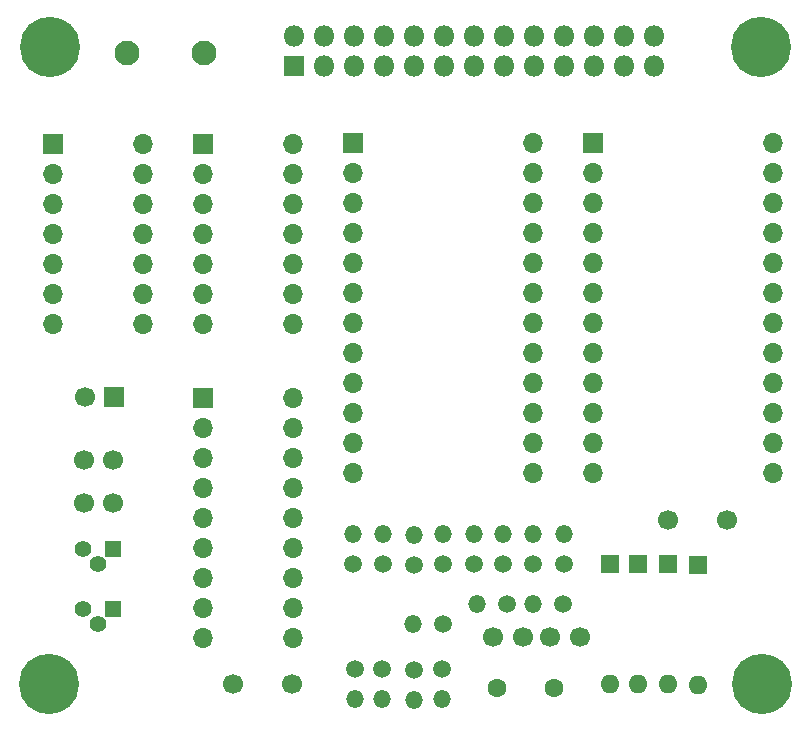
<source format=gbs>
G04 #@! TF.GenerationSoftware,KiCad,Pcbnew,(5.1.6)-1*
G04 #@! TF.CreationDate,2021-02-12T18:31:39+01:00*
G04 #@! TF.ProjectId,keyface,6b657966-6163-4652-9e6b-696361645f70,rev?*
G04 #@! TF.SameCoordinates,Original*
G04 #@! TF.FileFunction,Soldermask,Bot*
G04 #@! TF.FilePolarity,Negative*
%FSLAX46Y46*%
G04 Gerber Fmt 4.6, Leading zero omitted, Abs format (unit mm)*
G04 Created by KiCad (PCBNEW (5.1.6)-1) date 2021-02-12 18:31:39*
%MOMM*%
%LPD*%
G01*
G04 APERTURE LIST*
%ADD10O,1.700000X1.700000*%
%ADD11R,1.700000X1.700000*%
%ADD12C,1.700000*%
%ADD13O,1.600000X1.600000*%
%ADD14R,1.600000X1.600000*%
%ADD15C,1.600000*%
%ADD16O,1.800000X1.800000*%
%ADD17R,1.800000X1.800000*%
%ADD18C,0.900000*%
%ADD19C,5.100000*%
%ADD20C,2.100000*%
%ADD21R,1.400000X1.400000*%
%ADD22C,1.400000*%
%ADD23O,1.500000X1.500000*%
%ADD24C,1.500000*%
G04 APERTURE END LIST*
D10*
X153997660Y-65255140D03*
X138757660Y-93195140D03*
X153997660Y-67795140D03*
X138757660Y-90655140D03*
X153997660Y-70335140D03*
X138757660Y-88115140D03*
X153997660Y-72875140D03*
X138757660Y-85575140D03*
X153997660Y-75415140D03*
X138757660Y-83035140D03*
X153997660Y-77955140D03*
X138757660Y-80495140D03*
X153997660Y-80495140D03*
X138757660Y-77955140D03*
X153997660Y-83035140D03*
X138757660Y-75415140D03*
X153997660Y-85575140D03*
X138757660Y-72875140D03*
X153997660Y-88115140D03*
X138757660Y-70335140D03*
X153997660Y-90655140D03*
X138757660Y-67795140D03*
X153997660Y-93195140D03*
D11*
X138757660Y-65255140D03*
D12*
X132806440Y-107071160D03*
X130306440Y-107071160D03*
X137625460Y-107083860D03*
X135125460Y-107083860D03*
D13*
X140131800Y-111127540D03*
D14*
X140131800Y-100967540D03*
D12*
X95686240Y-86784180D03*
D11*
X98186240Y-86784180D03*
D15*
X135469020Y-111422180D03*
X130589020Y-111422180D03*
D16*
X143888460Y-56263540D03*
X143888460Y-58803540D03*
X141348460Y-56263540D03*
X141348460Y-58803540D03*
X138808460Y-56263540D03*
X138808460Y-58803540D03*
X136268460Y-56263540D03*
X136268460Y-58803540D03*
X133728460Y-56263540D03*
X133728460Y-58803540D03*
X131188460Y-56263540D03*
X131188460Y-58803540D03*
X128648460Y-56263540D03*
X128648460Y-58803540D03*
X126108460Y-56263540D03*
X126108460Y-58803540D03*
X123568460Y-56263540D03*
X123568460Y-58803540D03*
X121028460Y-56263540D03*
X121028460Y-58803540D03*
X118488460Y-56263540D03*
X118488460Y-58803540D03*
X115948460Y-56263540D03*
X115948460Y-58803540D03*
X113408460Y-56263540D03*
D17*
X113408460Y-58803540D03*
D18*
X94035825Y-109799175D03*
X92710000Y-109250000D03*
X91384175Y-109799175D03*
X90835000Y-111125000D03*
X91384175Y-112450825D03*
X92710000Y-113000000D03*
X94035825Y-112450825D03*
X94585000Y-111125000D03*
D19*
X92710000Y-111125000D03*
D18*
X154360825Y-109799175D03*
X153035000Y-109250000D03*
X151709175Y-109799175D03*
X151160000Y-111125000D03*
X151709175Y-112450825D03*
X153035000Y-113000000D03*
X154360825Y-112450825D03*
X154910000Y-111125000D03*
D19*
X153035000Y-111125000D03*
D18*
X154305000Y-55824175D03*
X152979175Y-55275000D03*
X151653350Y-55824175D03*
X151104175Y-57150000D03*
X151653350Y-58475825D03*
X152979175Y-59025000D03*
X154305000Y-58475825D03*
X154854175Y-57150000D03*
D19*
X152979175Y-57150000D03*
D18*
X94065825Y-55824175D03*
X92740000Y-55275000D03*
X91414175Y-55824175D03*
X90865000Y-57150000D03*
X91414175Y-58475825D03*
X92740000Y-59025000D03*
X94065825Y-58475825D03*
X94615000Y-57150000D03*
D19*
X92740000Y-57150000D03*
D20*
X105791000Y-57658000D03*
X99314000Y-57658000D03*
D12*
X145088600Y-97188020D03*
X150088600Y-97188020D03*
X108238280Y-111112300D03*
X113238280Y-111112300D03*
X95604960Y-92118180D03*
X98104960Y-92118180D03*
X95630360Y-95742760D03*
X98130360Y-95742760D03*
D21*
X98127820Y-99626420D03*
D22*
X95587820Y-99626420D03*
X96857820Y-100896420D03*
D21*
X98079560Y-104759760D03*
D22*
X95539560Y-104759760D03*
X96809560Y-106029760D03*
D13*
X145039080Y-111084360D03*
D14*
X145039080Y-100924360D03*
D13*
X142557500Y-111130080D03*
D14*
X142557500Y-100970080D03*
D13*
X147612100Y-111178340D03*
D14*
X147612100Y-101018340D03*
D23*
X125971300Y-112384840D03*
D24*
X125971300Y-109844840D03*
D23*
X123548140Y-112405160D03*
D24*
X123548140Y-109865160D03*
D23*
X120876060Y-112395000D03*
D24*
X120876060Y-109855000D03*
D23*
X118584980Y-112395000D03*
D24*
X118584980Y-109855000D03*
D23*
X133677660Y-104289860D03*
D24*
X136217660Y-104289860D03*
D23*
X128943100Y-104277160D03*
D24*
X131483100Y-104277160D03*
D23*
X123525280Y-106004360D03*
D24*
X126065280Y-106004360D03*
D23*
X136243060Y-98391980D03*
D24*
X136243060Y-100931980D03*
D23*
X133670040Y-98346260D03*
D24*
X133670040Y-100886260D03*
D23*
X131097020Y-98346260D03*
D24*
X131097020Y-100886260D03*
D23*
X128615440Y-98391980D03*
D24*
X128615440Y-100931980D03*
D23*
X126042420Y-98391980D03*
D24*
X126042420Y-100931980D03*
D23*
X123563380Y-98440240D03*
D24*
X123563380Y-100980240D03*
D23*
X120990360Y-98346260D03*
D24*
X120990360Y-100886260D03*
D23*
X118369080Y-98391980D03*
D24*
X118369080Y-100931980D03*
D10*
X113342420Y-86832440D03*
X105722420Y-107152440D03*
X113342420Y-89372440D03*
X105722420Y-104612440D03*
X113342420Y-91912440D03*
X105722420Y-102072440D03*
X113342420Y-94452440D03*
X105722420Y-99532440D03*
X113342420Y-96992440D03*
X105722420Y-96992440D03*
X113342420Y-99532440D03*
X105722420Y-94452440D03*
X113342420Y-102072440D03*
X105722420Y-91912440D03*
X113342420Y-104612440D03*
X105722420Y-89372440D03*
X113342420Y-107152440D03*
D11*
X105722420Y-86832440D03*
D10*
X133682740Y-65293240D03*
X118442740Y-93233240D03*
X133682740Y-67833240D03*
X118442740Y-90693240D03*
X133682740Y-70373240D03*
X118442740Y-88153240D03*
X133682740Y-72913240D03*
X118442740Y-85613240D03*
X133682740Y-75453240D03*
X118442740Y-83073240D03*
X133682740Y-77993240D03*
X118442740Y-80533240D03*
X133682740Y-80533240D03*
X118442740Y-77993240D03*
X133682740Y-83073240D03*
X118442740Y-75453240D03*
X133682740Y-85613240D03*
X118442740Y-72913240D03*
X133682740Y-88153240D03*
X118442740Y-70373240D03*
X133682740Y-90693240D03*
X118442740Y-67833240D03*
X133682740Y-93233240D03*
D11*
X118442740Y-65293240D03*
D10*
X100622100Y-65394840D03*
X93002100Y-80634840D03*
X100622100Y-67934840D03*
X93002100Y-78094840D03*
X100622100Y-70474840D03*
X93002100Y-75554840D03*
X100622100Y-73014840D03*
X93002100Y-73014840D03*
X100622100Y-75554840D03*
X93002100Y-70474840D03*
X100622100Y-78094840D03*
X93002100Y-67934840D03*
X100622100Y-80634840D03*
D11*
X93002100Y-65394840D03*
D10*
X113296700Y-65394840D03*
X105676700Y-80634840D03*
X113296700Y-67934840D03*
X105676700Y-78094840D03*
X113296700Y-70474840D03*
X105676700Y-75554840D03*
X113296700Y-73014840D03*
X105676700Y-73014840D03*
X113296700Y-75554840D03*
X105676700Y-70474840D03*
X113296700Y-78094840D03*
X105676700Y-67934840D03*
X113296700Y-80634840D03*
D11*
X105676700Y-65394840D03*
M02*

</source>
